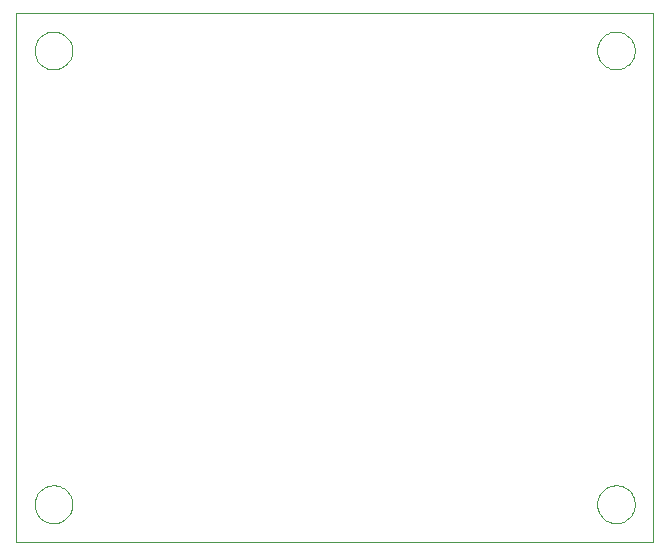
<source format=gm1>
G04 Output by ViewMate Deluxe V11.0.9  PentaLogix LLC*
G04 Sun Feb 16 15:40:48 2014*
%FSLAX33Y33*%
%MOMM*%
%IPPOS*%
%ADD104C,0.0*%

%LPD*%
X0Y0D2*D104*G1X49454Y7709D2*X49459Y7582D1*X49474Y7455*X49500Y7330*X49535Y7209*X49578Y7089*X49632Y6975*X49695Y6863*X49766Y6759*X49848Y6660*X49934Y6566*X50028Y6480*X50129Y6403*X50236Y6335*X50348Y6274*X50465Y6220*X50584Y6180*X50706Y6147*X50833Y6124*X50957Y6111*X51087Y6109*X51214Y6116*X51338Y6134*X51463Y6162*X51585Y6200*X51702Y6246*X51816Y6302*X51925Y6368*X52029Y6441*X52128Y6523*X52220Y6612*X52301Y6708*X52377Y6810*X52446Y6919*X52504Y7031*X52553Y7148*X52593Y7269*X52624Y7394*X52644Y7518*X52654Y7645*X52654Y7772*X52644Y7899*X52624Y8024*X52593Y8148*X52553Y8270*X52504Y8387*X52446Y8499*X52377Y8608*X52301Y8710*X52220Y8806*X52128Y8895*X52029Y8976*X51925Y9050*X51816Y9116*X51702Y9172*X51585Y9218*X51463Y9256*X51338Y9284*X51214Y9301*X51087Y9309*X50957Y9307*X50833Y9294*X50706Y9271*X50584Y9238*X50465Y9197*X50348Y9144*X50236Y9083*X50129Y9014*X50028Y8938*X49934Y8852*X49848Y8758*X49766Y8659*X49695Y8555*X49632Y8443*X49578Y8329*X49535Y8209*X49500Y8087*X49474Y7963*X49459Y7836*X49454Y7709*X49454Y46126D2*X49459Y45999D1*X49474Y45872*X49500Y45748*X49535Y45626*X49578Y45507*X49632Y45392*X49695Y45281*X49766Y45176*X49848Y45077*X49934Y44983*X50028Y44897*X50129Y44821*X50236Y44752*X50348Y44691*X50465Y44638*X50584Y44597*X50706Y44564*X50833Y44541*X50957Y44529*X51087Y44526*X51214Y44534*X51338Y44552*X51463Y44580*X51585Y44618*X51702Y44663*X51816Y44719*X51925Y44785*X52029Y44859*X52128Y44940*X52220Y45029*X52301Y45126*X52377Y45227*X52446Y45336*X52504Y45448*X52553Y45565*X52593Y45687*X52624Y45811*X52644Y45936*X52654Y46063*X52654Y46190*X52644Y46317*X52624Y46441*X52593Y46566*X52553Y46688*X52504Y46805*X52446Y46916*X52377Y47026*X52301Y47127*X52220Y47224*X52128Y47313*X52029Y47394*X51925Y47468*X51816Y47534*X51702Y47589*X51585Y47635*X51463Y47673*X51338Y47701*X51214Y47719*X51087Y47727*X50957Y47724*X50833Y47711*X50706Y47688*X50584Y47655*X50465Y47615*X50348Y47562*X50236Y47501*X50129Y47432*X50028Y47356*X49934Y47269*X49848Y47175*X49766Y47076*X49695Y46972*X49632Y46860*X49578Y46746*X49535Y46627*X49500Y46505*X49474Y46380*X49459Y46253*X49454Y46126*X1829Y46126D2*X1834Y45999D1*X1849Y45872*X1875Y45748*X1910Y45626*X1953Y45507*X2007Y45392*X2070Y45281*X2141Y45176*X2222Y45077*X2309Y44983*X2403Y44897*X2504Y44821*X2611Y44752*X2723Y44691*X2840Y44638*X2959Y44597*X3081Y44564*X3208Y44541*X3332Y44529*X3462Y44526*X3589Y44534*X3713Y44552*X3838Y44580*X3960Y44618*X4077Y44663*X4191Y44719*X4300Y44785*X4404Y44859*X4503Y44940*X4595Y45029*X4676Y45126*X4752Y45227*X4821Y45336*X4879Y45448*X4928Y45565*X4968Y45687*X4999Y45811*X5019Y45936*X5029Y46063*X5029Y46190*X5019Y46317*X4999Y46441*X4968Y46566*X4928Y46688*X4879Y46805*X4821Y46916*X4752Y47026*X4676Y47127*X4595Y47224*X4503Y47313*X4404Y47394*X4300Y47468*X4191Y47534*X4077Y47589*X3960Y47635*X3838Y47673*X3713Y47701*X3589Y47719*X3462Y47727*X3332Y47724*X3208Y47711*X3081Y47688*X2959Y47655*X2840Y47615*X2723Y47562*X2611Y47501*X2504Y47432*X2403Y47356*X2309Y47269*X2222Y47175*X2141Y47076*X2070Y46972*X2007Y46860*X1953Y46746*X1910Y46627*X1875Y46505*X1849Y46380*X1834Y46253*X1829Y46126*X1829Y7709D2*X1834Y7582D1*X1849Y7455*X1875Y7330*X1910Y7209*X1953Y7089*X2007Y6975*X2070Y6863*X2141Y6759*X2222Y6660*X2309Y6566*X2403Y6480*X2504Y6403*X2611Y6335*X2723Y6274*X2840Y6220*X2959Y6180*X3081Y6147*X3208Y6124*X3332Y6111*X3462Y6109*X3589Y6116*X3713Y6134*X3838Y6162*X3960Y6200*X4077Y6246*X4191Y6302*X4300Y6368*X4404Y6441*X4503Y6523*X4595Y6612*X4676Y6708*X4752Y6810*X4821Y6919*X4879Y7031*X4928Y7148*X4968Y7269*X4999Y7394*X5019Y7518*X5029Y7645*X5029Y7772*X5019Y7899*X4999Y8024*X4968Y8148*X4928Y8270*X4879Y8387*X4821Y8499*X4752Y8608*X4676Y8710*X4595Y8806*X4503Y8895*X4404Y8976*X4300Y9050*X4191Y9116*X4077Y9172*X3960Y9218*X3838Y9256*X3713Y9284*X3589Y9301*X3462Y9309*X3332Y9307*X3208Y9294*X3081Y9271*X2959Y9238*X2840Y9197*X2723Y9144*X2611Y9083*X2504Y9014*X2403Y8938*X2309Y8852*X2222Y8758*X2141Y8659*X2070Y8555*X2007Y8443*X1953Y8329*X1910Y8209*X1875Y8087*X1849Y7963*X1834Y7836*X1829Y7709*X254Y4534D2*X54229Y4534D1*X54229Y49301*X254Y49301*X254Y4534*X0Y0D2*M02*
</source>
